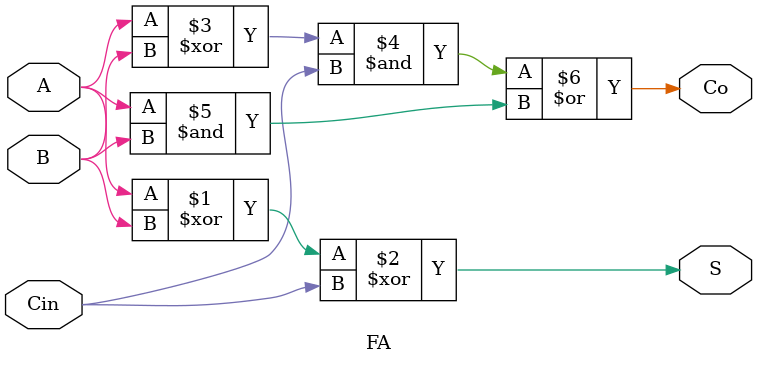
<source format=v>
/******************************************************************************/
//	Filename:		SAYAC_ASU.v
//	Project:		SAYAC : Simple Architecture Yet Ample Circuitry
//  Version:		0.900
//	History:
//	Date:			19 April 2021
//	Last Author: 	Helia
//  Copyright (C) 2021 University of Teheran
//  This source file may be used and distributed without
//  restriction provided that this copyright statement is not
//  removed from the file and that any derivative work contains
//  the original copyright notice and the associated disclaimer.
//

/******************************************************************************/
//	File content description:
//	                              
/******************************************************************************/

module ASU(in1, in2, arithADD, arithSUB, outASU);
  input		[15:0] in1,in2;
  output	[15:0] outASU;
  input 	       arithADD, arithSUB;
  wire 		[15:0] addout, subout;
  wire 				coutA, coutS;
  assign outASU = (arithADD)? addout:((arithSUB)? subout:16'b0);
  adder1 #(16) ASUADDER (in1, in2, 1'b0, coutA, addout);
  adder1 #(16) ASUSUBTR (in1, -in2, 1'b0, coutS, subout);
endmodule


module adder1 #( parameter size = 16)( a, b, cin, cout, sum); 
                
	  input  [size-1:0] a;
	  input  [size-1:0] b; 
      input             cin; 
      output            cout;
      output [size-1:0] sum;
       wire    Co_0,Co_1 ,Co_2,Co_3,Co_4,Co_5,Co_6,Co_7,Co_8,Co_9,Co_10,Co_11,Co_12,Co_13,Co_14,Co_15; 
      FA FA0 (a[0], b[0], cin, Co_0, sum[0]) ;
      FA FA1 (a[1], b[1], Co_0, Co_1, sum[1]) ;
      FA FA2 (a[2], b[2], Co_1, Co_2, sum[2]) ;
      FA FA3 (a[3], b[3], Co_2, Co_3, sum[3]) ;
      FA FA4 (a[4], b[4], Co_3, Co_4, sum[4]) ;
      FA FA5 (a[5], b[5], Co_4, Co_5, sum[5]) ;
      FA FA6 (a[6], b[6], Co_5, Co_6, sum[6]) ;
      FA FA7 (a[7], b[7], Co_6, Co_7, sum[7]) ;
      FA FA8 (a[8], b[8], Co_7, Co_8, sum[8]) ;
      FA FA9 (a[9], b[9], Co_8, Co_9, sum[9]) ;
      FA FA10 (a[10], b[10], Co_9, Co_10, sum[10]) ;
      FA FA11 (a[11], b[11], Co_10, Co_11, sum[11]) ;
      FA FA12 (a[12], b[12], Co_11, Co_12, sum[12]) ;
      FA FA13 (a[13], b[13], Co_12, Co_13, sum[13]) ;
      FA FA14 (a[14], b[14], Co_13, Co_14, sum[14]) ;
      FA FA15 (a[15], b[15], Co_14, cout, sum[15]) ;
	  

endmodule

module FA(input A, B, Cin, output  Co, S);

	assign S= (A ^ B) ^ Cin;
	assign Co= ((A ^ B) & Cin) | (A & B);
endmodule


/*module ASUtb();
  reg	[15:0] in1,in2;
  wire	[15:0] outASU;
  reg 		   arithADD;
  reg		   arithSUB;
  
  ASU MUT(in1, in2, arithADD, arithSUB, outASU);
  
  initial begin
    arithADD = 1;
    arithSUB = 0;
    #10;
    in1 = 16'd5;
    in2 = 16'd9;
    #50;
    in1 = 16'd10;
    in2 = 16'd7;
    arithADD = 0;
    arithSUB = 1;
    #100 $stop;
  end
  
endmodule*/
    
            
            

</source>
